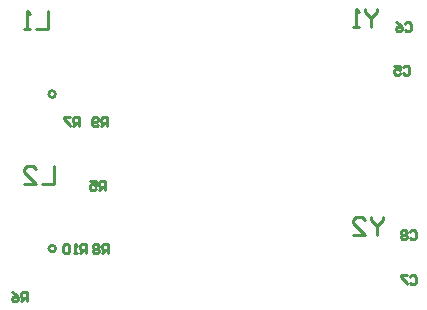
<source format=gbo>
G04*
G04 #@! TF.GenerationSoftware,Altium Limited,Altium Designer,20.0.13 (296)*
G04*
G04 Layer_Color=32896*
%FSLAX44Y44*%
%MOMM*%
G71*
G01*
G75*
%ADD10C,0.2540*%
D10*
X115870Y119380D02*
G03*
X115870Y119380I-2840J0D01*
G01*
Y250190D02*
G03*
X115870Y250190I-2840J0D01*
G01*
X415800Y95756D02*
X417069Y97025D01*
X419608D01*
X420878Y95756D01*
Y90678D01*
X419608Y89408D01*
X417069D01*
X415800Y90678D01*
X413260Y97025D02*
X408182D01*
Y95756D01*
X413260Y90678D01*
Y89408D01*
X415800Y133856D02*
X417069Y135126D01*
X419608D01*
X420878Y133856D01*
Y128778D01*
X419608Y127508D01*
X417069D01*
X415800Y128778D01*
X413260Y133856D02*
X411991Y135126D01*
X409452D01*
X408182Y133856D01*
Y132586D01*
X409452Y131317D01*
X408182Y130047D01*
Y128778D01*
X409452Y127508D01*
X411991D01*
X413260Y128778D01*
Y130047D01*
X411991Y131317D01*
X413260Y132586D01*
Y133856D01*
X411991Y131317D02*
X409452D01*
X411480Y309879D02*
X412749Y311149D01*
X415288D01*
X416558Y309879D01*
Y304801D01*
X415288Y303531D01*
X412749D01*
X411480Y304801D01*
X403862Y311149D02*
X406401Y309879D01*
X408940Y307340D01*
Y304801D01*
X407671Y303531D01*
X405132D01*
X403862Y304801D01*
Y306070D01*
X405132Y307340D01*
X408940D01*
X410210Y273049D02*
X411479Y274319D01*
X414018D01*
X415288Y273049D01*
Y267971D01*
X414018Y266701D01*
X411479D01*
X410210Y267971D01*
X402592Y274319D02*
X407670D01*
Y270510D01*
X405131Y271780D01*
X403862D01*
X402592Y270510D01*
Y267971D01*
X403862Y266701D01*
X406401D01*
X407670Y267971D01*
X392938Y146045D02*
Y143506D01*
X387860Y138427D01*
X382781Y143506D01*
Y146045D01*
X387860Y138427D02*
Y130810D01*
X367546D02*
X377703D01*
X367546Y140967D01*
Y143506D01*
X370085Y146045D01*
X375164D01*
X377703Y143506D01*
X387858Y322575D02*
Y320036D01*
X382780Y314958D01*
X377701Y320036D01*
Y322575D01*
X382780Y314958D02*
Y307340D01*
X372623D02*
X367545D01*
X370084D01*
Y322575D01*
X372623Y320036D01*
X141602Y115571D02*
Y123189D01*
X137793D01*
X136524Y121919D01*
Y119380D01*
X137793Y118110D01*
X141602D01*
X139063D02*
X136524Y115571D01*
X133984D02*
X131445D01*
X132715D01*
Y123189D01*
X133984Y121919D01*
X127636D02*
X126367Y123189D01*
X123828D01*
X122558Y121919D01*
Y116841D01*
X123828Y115571D01*
X126367D01*
X127636Y116841D01*
Y121919D01*
X159512Y223012D02*
Y230630D01*
X155703D01*
X154434Y229360D01*
Y226821D01*
X155703Y225551D01*
X159512D01*
X156973D02*
X154434Y223012D01*
X151895Y224282D02*
X150625Y223012D01*
X148086D01*
X146816Y224282D01*
Y229360D01*
X148086Y230630D01*
X150625D01*
X151895Y229360D01*
Y228090D01*
X150625Y226821D01*
X146816D01*
X160018Y115571D02*
Y123189D01*
X156209D01*
X154940Y121919D01*
Y119380D01*
X156209Y118110D01*
X160018D01*
X157479D02*
X154940Y115571D01*
X152400Y121919D02*
X151131Y123189D01*
X148592D01*
X147322Y121919D01*
Y120650D01*
X148592Y119380D01*
X147322Y118110D01*
Y116841D01*
X148592Y115571D01*
X151131D01*
X152400Y116841D01*
Y118110D01*
X151131Y119380D01*
X152400Y120650D01*
Y121919D01*
X151131Y119380D02*
X148592D01*
X135382Y223012D02*
Y230630D01*
X131573D01*
X130304Y229360D01*
Y226821D01*
X131573Y225551D01*
X135382D01*
X132843D02*
X130304Y223012D01*
X127765Y230630D02*
X122686D01*
Y229360D01*
X127765Y224282D01*
Y223012D01*
X91438Y74931D02*
Y82549D01*
X87629D01*
X86360Y81279D01*
Y78740D01*
X87629Y77470D01*
X91438D01*
X88899D02*
X86360Y74931D01*
X78742Y82549D02*
X81281Y81279D01*
X83820Y78740D01*
Y76201D01*
X82551Y74931D01*
X80012D01*
X78742Y76201D01*
Y77470D01*
X80012Y78740D01*
X83820D01*
X157478Y168911D02*
Y176529D01*
X153669D01*
X152400Y175259D01*
Y172720D01*
X153669Y171450D01*
X157478D01*
X154939D02*
X152400Y168911D01*
X144782Y176529D02*
X149860D01*
Y172720D01*
X147321Y173990D01*
X146052D01*
X144782Y172720D01*
Y170181D01*
X146052Y168911D01*
X148591D01*
X149860Y170181D01*
X114554Y189733D02*
Y174498D01*
X104397D01*
X89162D02*
X99319D01*
X89162Y184655D01*
Y187194D01*
X91701Y189733D01*
X96780D01*
X99319Y187194D01*
X109474Y320543D02*
Y305308D01*
X99317D01*
X94239D02*
X89161D01*
X91700D01*
Y320543D01*
X94239Y318004D01*
M02*

</source>
